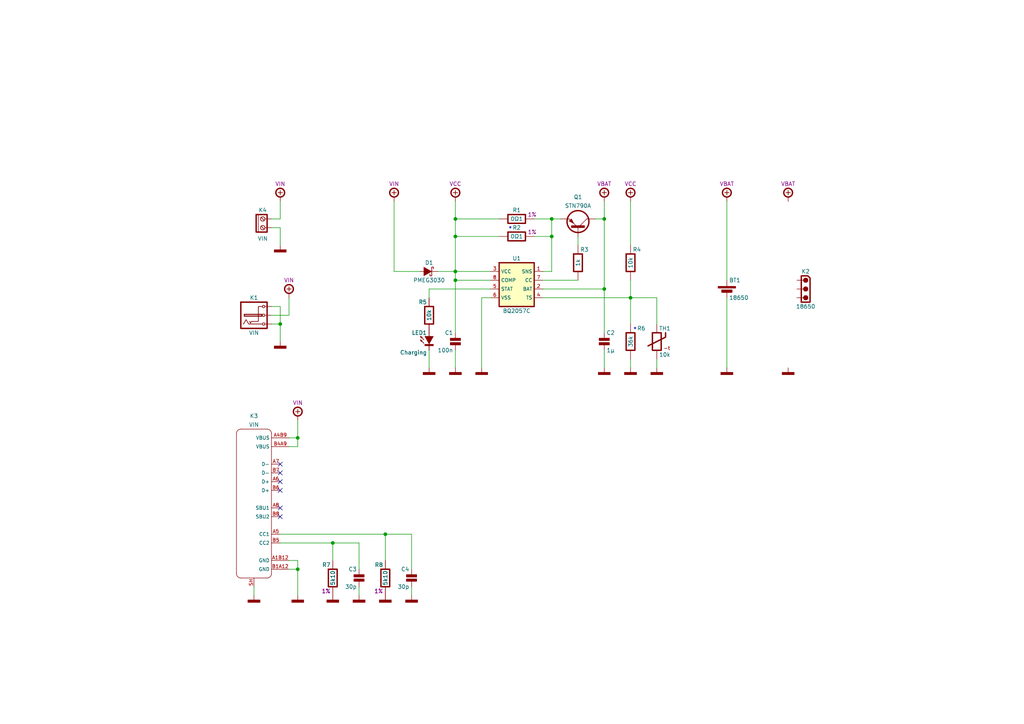
<source format=kicad_sch>
(kicad_sch (version 20231120) (generator "eeschema") (generator_version "8.0")
  (paper "A4")
  (title_block (title "CHARGER BQ2057 (3V6)") (date "Q1/2025") (rev "A"))
  (lib_symbols
    (symbol "tronixio:CAPACITOR-1206-100N-50V-5P-X7R" (pin_numbers hide) (pin_names (offset 0) hide)
      (property "Reference" "C" (at 0.635 2.54 0))
      (property "Value" "100n" (at 0.635 -2.54 0))
      (symbol "CAPACITOR-1206-100N-50V-5P-X7R_0_1"
        (rectangle (start -1.524 -0.254) (end 1.524 -1.016) (stroke (width 0.001)) (fill (type outline)))
        (rectangle (start -1.524 1.016) (end 1.524 0.254) (stroke (width 0.001)) (fill (type outline)))
      )
      (symbol "CAPACITOR-1206-100N-50V-5P-X7R_1_1"
        (pin passive line (at 0 2.54 270) (length 1.905) (name "~") (number "1"))
        (pin passive line (at 0 -2.54 90) (length 1.905) (name "~") (number "2"))
      )
    )
    (symbol "tronixio:CAPACITOR-1206-1U-16V-10P-X7R" (pin_numbers hide) (pin_names (offset 0) hide)
      (property "Reference" "C" (at 0.635 2.54 0))
      (property "Value" "1µ" (at 0.635 -2.54 0))
      (symbol "CAPACITOR-1206-1U-16V-10P-X7R_0_1"
        (rectangle (start -1.524 -0.254) (end 1.524 -1.016) (stroke (width 0.001)) (fill (type outline)))
        (rectangle (start -1.524 1.016) (end 1.524 0.254) (stroke (width 0.001)) (fill (type outline)))
      )
      (symbol "CAPACITOR-1206-1U-16V-10P-X7R_1_1"
        (pin passive line (at 0 2.54 270) (length 1.905) (name "~") (number "1"))
        (pin passive line (at 0 -2.54 90) (length 1.905) (name "~") (number "2"))
      )
    )
    (symbol "tronixio:CAPACITOR-1206-30P-50V-5P-COG" (pin_numbers hide) (pin_names (offset 0) hide)
      (property "Reference" "C" (at 0.635 2.54 0))
      (property "Value" "30p" (at 0.635 -2.54 0))
      (symbol "CAPACITOR-1206-30P-50V-5P-COG_0_1"
        (rectangle (start -1.524 -0.254) (end 1.524 -1.016) (stroke (width 0.001)) (fill (type outline)))
        (rectangle (start -1.524 1.016) (end 1.524 0.254) (stroke (width 0.001)) (fill (type outline)))
      )
      (symbol "CAPACITOR-1206-30P-50V-5P-COG_1_1"
        (pin passive line (at 0 2.54 270) (length 1.905) (name "~") (number "1"))
        (pin passive line (at 0 -2.54 90) (length 1.905) (name "~") (number "2"))
      )
    )
    (symbol "tronixio:KEYSTONE-1043" (pin_numbers hide) (pin_names (offset 0) hide)
      (property "Reference" "BT" (at -1.27 2.54 0))
      (property "Value" "18650" (at -1.27 -2.54 0))
      (symbol "KEYSTONE-1043_0_1"
        (rectangle (start -2.54 0.762) (end 2.54 0.254) (fill (type outline)))
        (rectangle (start -1.524 -0.254) (end 1.524 -1.016) (fill (type outline)))
      )
      (symbol "KEYSTONE-1043_1_1"
        (pin passive line (at 0 -2.54 90) (length 1.905) (name "-") (number "1"))
        (pin passive line (at 0 2.54 270) (length 1.905) (name "+") (number "2"))
      )
    )
    (symbol "tronixio:KINGBRIGHT-LED-1206-RED" (pin_numbers hide) (pin_names (offset 0) hide)
      (property "Reference" "LED" (at 0 3.81 0))
      (property "Value" "RED" (at 0 -2.54 0))
      (symbol "KINGBRIGHT-LED-1206-RED_0_1"
        (rectangle (start -1.27 1.27) (end -0.762 -1.27) (stroke (width 0.001)) (fill (type outline)))
        (polyline (pts (xy 1.524 -1.27) (xy 1.524 1.27) (xy -0.762 0) (xy 1.524 -1.27)) (stroke (width 0.001)) (fill (type outline)))
        (polyline (pts (xy -0.508 1.524) (xy 0.508 2.54) (xy 0.254 2.032) (xy 0 2.286) (xy 0.508 2.54)) (stroke (width 0.2)))
        (polyline (pts (xy 0.508 1.524) (xy 1.524 2.54) (xy 1.27 2.032) (xy 1.016 2.286) (xy 1.524 2.54)) (stroke (width 0.2)))
      )
      (symbol "KINGBRIGHT-LED-1206-RED_1_1"
        (pin passive line (at -2.54 0 0) (length 1.27) (name "C") (number "1"))
        (pin passive line (at 2.54 0 180) (length 1.27) (name "A") (number "2"))
      )
    )
    (symbol "tronixio:MOLEX-PICOBLADE-03-RIGHT-ANGLE" (pin_numbers hide) (pin_names (offset 0) hide)
      (property "Reference" "K" (at 0 2.54 0))
      (property "Value" "MOLEX-PICOBLADE-03-RIGHT-ANGLE" (at 0 -7.62 0))
      (symbol "MOLEX-PICOBLADE-03-RIGHT-ANGLE_0_1"
        (circle (center 0 -5.08) (radius 0.635) (stroke (width 0.2)) (fill (type outline)))
        (circle (center 0 -2.54) (radius 0.635) (stroke (width 0.2)) (fill (type outline)))
        (polyline (pts (xy -1.27 -6.35) (xy 1.27 -6.35) (xy 1.27 0.635) (xy 0.635 1.27) (xy -1.27 1.27) (xy -1.27 -6.35)) (stroke (width 0.4)))
        (circle (center 0 0) (radius 0.635) (stroke (width 0.2)) (fill (type outline)))
      )
      (symbol "MOLEX-PICOBLADE-03-RIGHT-ANGLE_1_1"
        (pin passive line (at -2.54 0 0) (length 1.905) (name "1") (number "1"))
        (pin passive line (at -2.54 -2.54 0) (length 1.905) (name "2") (number "2"))
        (pin passive line (at -2.54 -5.08 0) (length 1.905) (name "3") (number "3"))
      )
    )
    (symbol "tronixio:NEXPERIA-PMEG3030-SOD" (pin_numbers hide) (pin_names (offset 0) hide)
      (property "Reference" "D" (at 0 2.54 0))
      (property "Value" "PMEG3030" (at 0 -2.54 0))
      (symbol "NEXPERIA-PMEG3030-SOD_0_1"
        (polyline (pts (xy 1.524 -1.27) (xy 1.524 1.27) (xy -0.762 0) (xy 1.524 -1.27)) (stroke (width 0.001)) (fill (type outline)))
        (polyline (pts (xy -0.254 -0.762) (xy -0.254 -1.27) (xy -0.762 -1.27) (xy -0.762 1.27) (xy -1.27 1.27) (xy -1.27 0.762)) (stroke (width 0.2)))
      )
      (symbol "NEXPERIA-PMEG3030-SOD_1_1"
        (pin passive line (at -2.54 0 0) (length 1.905) (name "C") (number "1"))
        (pin passive line (at 2.54 0 180) (length 1.27) (name "A") (number "2"))
      )
    )
    (symbol "tronixio:POWER-+VBAT" (power) (pin_numbers hide) (pin_names (offset 0) hide)
      (property "Name" "VBAT" (at 0 5.08 0))
      (symbol "POWER-+VBAT_0_1"
        (polyline (pts (xy -0.635 2.54) (xy 0.635 2.54)) (stroke (width 0.2)))
        (polyline (pts (xy 0 1.905) (xy 0 3.175)) (stroke (width 0.2)))
        (circle (center 0 2.54) (radius 1.27) (stroke (width 0.4)))
      )
      (symbol "POWER-+VBAT_1_1"
        (pin power_in line (at 0 0 90) (length 1.27) (name "+VBAT") (number "1"))
      )
    )
    (symbol "tronixio:POWER-+VCC" (power) (pin_numbers hide) (pin_names (offset 0) hide)
      (property "Name" "VCC" (at 0 5.08 0))
      (symbol "POWER-+VCC_0_1"
        (polyline (pts (xy -0.635 2.54) (xy 0.635 2.54)) (stroke (width 0.2)))
        (polyline (pts (xy 0 1.905) (xy 0 3.175)) (stroke (width 0.2)))
        (circle (center 0 2.54) (radius 1.27) (stroke (width 0.4)))
      )
      (symbol "POWER-+VCC_1_1"
        (pin power_in line (at 0 0 90) (length 1.27) (name "+VCC") (number "1"))
      )
    )
    (symbol "tronixio:POWER-+VIN" (power) (pin_numbers hide) (pin_names (offset 0) hide)
      (property "Description" "VIN" (at 0 5.08 0))
      (symbol "POWER-+VIN_0_1"
        (polyline (pts (xy -0.635 2.54) (xy 0.635 2.54)) (stroke (width 0.2)))
        (polyline (pts (xy 0 1.905) (xy 0 3.175)) (stroke (width 0.2)))
        (circle (center 0 2.54) (radius 1.27) (stroke (width 0.4)))
      )
      (symbol "POWER-+VIN_1_1"
        (pin power_in line (at 0 0 90) (length 1.27) (name "+VIN") (number "1"))
      )
    )
    (symbol "tronixio:POWER-GND" (power) (pin_numbers hide) (pin_names (offset 0) hide)
      (symbol "POWER-GND_0_1"
        (rectangle (start -1.778 -2.032) (end 1.778 -1.27) (stroke (width 0.001)) (fill (type outline)))
      )
      (symbol "POWER-GND_1_1"
        (pin power_in line (at 0 0 270) (length 1.27) (name "GND") (number "1"))
      )
    )
    (symbol "tronixio:RESISTOR-1206-10K-5P" (pin_numbers hide) (pin_names (offset 0) hide)
      (property "Reference" "R" (at 0.635 3.81 0))
      (property "Value" "10k" (at 0 0 90))
      (symbol "RESISTOR-1206-10K-5P_0_1"
        (rectangle (start -1.27 -2.54) (end 1.27 2.54) (stroke (width 0.4)))
      )
      (symbol "RESISTOR-1206-10K-5P_1_1"
        (pin passive line (at 0 5.08 270) (length 2.54) (name "~") (number "1"))
        (pin passive line (at 0 -5.08 90) (length 2.54) (name "~") (number "2"))
      )
    )
    (symbol "tronixio:RESISTOR-1206-1K-5P" (pin_numbers hide) (pin_names (offset 0) hide)
      (property "Reference" "R" (at 0 3.81 0))
      (property "Value" "1k" (at 0 0 90))
      (symbol "RESISTOR-1206-1K-5P_0_1"
        (rectangle (start -1.27 -2.54) (end 1.27 2.54) (stroke (width 0.4)))
      )
      (symbol "RESISTOR-1206-1K-5P_1_1"
        (pin passive line (at 0 5.08 270) (length 2.54) (name "~") (number "1"))
        (pin passive line (at 0 -5.08 90) (length 2.54) (name "~") (number "2"))
      )
    )
    (symbol "tronixio:RESISTOR-1206-36K-5P" (pin_numbers hide) (pin_names (offset 0) hide)
      (property "Reference" "R" (at 0.635 3.81 0))
      (property "Value" "36k" (at 0 0 90))
      (symbol "RESISTOR-1206-36K-5P_0_1"
        (rectangle (start -1.27 -2.54) (end 1.27 2.54) (stroke (width 0.4)))
      )
      (symbol "RESISTOR-1206-36K-5P_1_1"
        (pin passive line (at 0 5.08 270) (length 2.54) (name "~") (number "1"))
        (pin passive line (at 0 -5.08 90) (length 2.54) (name "~") (number "2"))
      )
    )
    (symbol "tronixio:RESISTOR-1206-5K1-1P" (pin_numbers hide) (pin_names (offset 0) hide)
      (property "Reference" "R" (at 0.635 3.81 0))
      (property "Value" "5k10" (at 0 0 90))
      (property "Tolerance" "1%" (at 0.635 -3.81 0))
      (symbol "RESISTOR-1206-5K1-1P_0_1"
        (rectangle (start -1.27 -2.54) (end 1.27 2.54) (stroke (width 0.4)))
      )
      (symbol "RESISTOR-1206-5K1-1P_1_1"
        (pin passive line (at 0 5.08 270) (length 2.54) (name "~") (number "1"))
        (pin passive line (at 0 -5.08 90) (length 2.54) (name "~") (number "2"))
      )
    )
    (symbol "tronixio:RESISTOR-1210-0R1-1P" (pin_numbers hide) (pin_names (offset 0) hide)
      (property "Reference" "R" (at 0.635 3.81 0))
      (property "Value" "0Ω1" (at 0 0 90))
      (property "Tolerance" "1%" (at 0.635 -3.81 0))
      (symbol "RESISTOR-1210-0R1-1P_0_1"
        (rectangle (start -1.27 -2.54) (end 1.27 2.54) (stroke (width 0.4)))
      )
      (symbol "RESISTOR-1210-0R1-1P_1_1"
        (pin passive line (at 0 5.08 270) (length 2.54) (name "~") (number "1"))
        (pin passive line (at 0 -5.08 90) (length 2.54) (name "~") (number "2"))
      )
    )
    (symbol "tronixio:SSD-PJ-002AH-SMT-TR" (pin_numbers hide) (pin_names (offset 0) hide)
      (property "Reference" "K" (at 0 5.08 0))
      (property "Value" "PJ-102H" (at 0 -5.08 0))
      (symbol "SSD-PJ-002AH-SMT-TR_0_1"
        (rectangle (start -3.81 -3.81) (end 3.81 3.81) (stroke (width 0.4)))
        (rectangle (start -2.794 0.254) (end 2.286 -0.254) (stroke (width 0.3)))
        (polyline (pts (xy -3.048 -2.54) (xy -2.286 -1.27) (xy -1.524 -2.54) (xy 2.286 -2.54)) (stroke (width 0.2)))
        (polyline (pts (xy -1.27 -1.778) (xy -1.016 -2.286) (xy -0.762 -1.778) (xy 1.27 -1.778) (xy 1.27 2.54) (xy 2.286 2.54)) (stroke (width 0.2)))
        (circle (center 2.794 -2.54) (radius 0.3592) (stroke (width 0.2)))
        (circle (center 2.794 0) (radius 0.3592) (stroke (width 0.2)))
        (circle (center 2.794 2.54) (radius 0.3592) (stroke (width 0.2)))
      )
      (symbol "SSD-PJ-002AH-SMT-TR_1_1"
        (pin passive line (at 5.08 0 180) (length 1.905) (name "~") (number "1"))
        (pin passive line (at 5.08 -2.54 180) (length 1.905) (name "~") (number "2"))
        (pin passive line (at 5.08 2.54 180) (length 1.905) (name "~") (number "3"))
      )
    )
    (symbol "tronixio:SSD-TB006-508-02BE" (pin_numbers hide) (pin_names (offset 0) hide)
      (property "Reference" "K" (at 0 2.54 0))
      (property "Value" "SSD-TB006-508-02BE" (at 0 -5.715 0))
      (symbol "SSD-TB006-508-02BE_0_1"
        (rectangle (start -1.27 1.27) (end 1.905 -3.81) (stroke (width 0.4)))
        (circle (center 0 -2.54) (radius 0.635) (stroke (width 0.2)))
        (polyline (pts (xy 0.32 -2.24) (xy -0.32 -2.88)) (stroke (width 0.2)))
        (polyline (pts (xy 0.32 0.32) (xy -0.32 -0.32)) (stroke (width 0.2)))
        (polyline (pts (xy 1.27 1.27) (xy 1.27 -3.81)))
        (circle (center 0 0) (radius 0.635) (stroke (width 0.2)))
      )
      (symbol "SSD-TB006-508-02BE_1_1"
        (pin passive line (at -2.54 0 0) (length 1.905) (name "~") (number "1"))
        (pin passive line (at -2.54 -2.54 0) (length 1.905) (name "~") (number "2"))
      )
    )
    (symbol "tronixio:ST-STN790A-SOT-223" (pin_numbers hide) (pin_names (offset 0) hide)
      (property "Reference" "Q" (at 5.08 1.27 0))
      (property "Value" "STN790A" (at 5.08 -1.27 0))
      (symbol "ST-STN790A-SOT-223_0_1"
        (polyline (pts (xy 0.635 0.635) (xy 2.54 2.54)))
        (polyline (pts (xy 0.635 -0.635) (xy 2.54 -2.54) (xy 2.54 -2.54)))
        (rectangle (start 0 1.905) (end 0.635 -1.905) (stroke (width 0.1)) (fill (type outline)))
        (circle (center 1.778 0) (radius 3.175) (stroke (width 0.4)))
      )
      (symbol "ST-STN790A-SOT-223_1_1"
        (polyline (pts (xy 1.27 -1.27) (xy 1.905 -2.54) (xy 2.54 -1.905) (xy 1.27 -1.27)) (fill (type outline)))
        (pin passive line (at -2.54 0 0) (length 2.54) (name "B") (number "1"))
        (pin passive line (at 2.54 5.08 270) (length 2.54) (name "C") (number "2"))
        (pin passive line (at 2.54 -5.08 90) (length 2.54) (name "E") (number "3"))
      )
    )
    (symbol "tronixio:THERMISTOR-NTC-10K" (pin_numbers hide) (pin_names (offset 0) hide)
      (property "Reference" "TH" (at 0.635 3.81 0))
      (property "Value" "10k" (at 0.635 -3.81 0))
      (symbol "THERMISTOR-NTC-10K_0_0"
        (text "-t" (at -1.905 -1.905 0) (effects (font (size 1 1)) (justify right)))
      )
      (symbol "THERMISTOR-NTC-10K_0_1"
        (rectangle (start -1.27 -2.54) (end 1.27 2.54) (stroke (width 0.4)))
        (polyline (pts (xy -2.54 2.54) (xy -2.54 1.27) (xy 2.54 -1.27)) (stroke (width 0.4)))
      )
      (symbol "THERMISTOR-NTC-10K_1_1"
        (pin passive line (at 0 5.08 270) (length 2.54) (name "~") (number "1"))
        (pin passive line (at 0 -5.08 90) (length 2.54) (name "~") (number "2"))
      )
    )
    (symbol "tronixio:TI-BQ2057C-SOIC" (pin_names (offset 0.5))
      (property "Reference" "U" (at 7.62 3.81 0))
      (property "Value" "BQ2057C" (at 7.62 -11.43 0))
      (symbol "TI-BQ2057C-SOIC_0_1"
        (rectangle (start 2.54 2.54) (end 12.7 -10.16) (stroke (width 0.4)) (fill (type background)))
      )
      (symbol "TI-BQ2057C-SOIC_1_1"
        (pin input line (at 15.24 0 180) (length 2.54) (name "SNS") (number "1"))
        (pin input line (at 15.24 -5.08 180) (length 2.54) (name "BAT") (number "2"))
        (pin power_in line (at 0 0 0) (length 2.54) (name "VCC") (number "3"))
        (pin input line (at 15.24 -7.62 180) (length 2.54) (name "TS") (number "4"))
        (pin open_collector line (at 0 -5.08 0) (length 2.54) (name "STAT") (number "5"))
        (pin power_in line (at 0 -7.62 0) (length 2.54) (name "VSS") (number "6"))
        (pin output line (at 15.24 -2.54 180) (length 2.54) (name "CC") (number "7"))
        (pin input line (at 0 -2.54 0) (length 2.54) (name "COMP") (number "8"))
      )
    )
    (symbol "tronixio:USB-TYPE-C-TH" (pin_names (offset 0.5))
      (property "Reference" "K?" (at -10.16 6.35 0))
      (property "Value" "USB-TYPE-C" (at -10.16 3.81 0))
      (symbol "USB-TYPE-C-TH_0_1"
        (arc (start -15.24 -39.37) (mid -14.868 -40.268) (end -13.97 -40.64))
        (arc (start -13.97 2.54) (mid -14.868 2.168) (end -15.24 1.27))
        (arc (start -6.35 -40.64) (mid -5.452 -40.268) (end -5.08 -39.37))
        (arc (start -5.08 1.27) (mid -5.452 2.168) (end -6.35 2.54))
        (polyline (pts (xy -15.24 1.27) (xy -15.24 -39.37)))
        (polyline (pts (xy -13.97 -40.64) (xy -6.35 -40.64)))
        (polyline (pts (xy -13.97 2.54) (xy -6.35 2.54)))
        (polyline (pts (xy -5.08 -39.37) (xy -5.08 1.27)))
      )
      (symbol "USB-TYPE-C-TH_1_1"
        (pin power_out line (at 0 -35.56 180) (length 5.08) (name "GND") (number "A1B12"))
        (pin power_out line (at 0 0 180) (length 5.08) (name "VBUS") (number "A4B9"))
        (pin passive line (at -2.54 -27.94 180) (length 2.54) (name "CC1") (number "A5"))
        (pin bidirectional line (at -2.54 -12.7 180) (length 2.54) (name "D+") (number "A6"))
        (pin bidirectional line (at -2.54 -7.62 180) (length 2.54) (name "D-") (number "A7"))
        (pin bidirectional line (at -2.54 -20.32 180) (length 2.54) (name "SBU1") (number "A8"))
        (pin power_out line (at 0 -38.1 180) (length 5.08) (name "GND") (number "B1A12"))
        (pin power_out line (at 0 -2.54 180) (length 5.08) (name "VBUS") (number "B4A9"))
        (pin passive line (at -2.54 -30.48 180) (length 2.54) (name "CC2") (number "B5"))
        (pin bidirectional line (at -2.54 -15.24 180) (length 2.54) (name "D+") (number "B6"))
        (pin bidirectional line (at -2.54 -10.16 180) (length 2.54) (name "D-") (number "B7"))
        (pin bidirectional line (at -2.54 -22.86 180) (length 2.54) (name "SBU2") (number "B8"))
        (pin passive line (at -10.16 -43.18 90) (length 2.54) (name "~") (number "SH"))
      )
    )
  )
  (junction (at 175.26 83.82) (diameter 0.9144))
  (junction (at 132.08 63.5) (diameter 0.9144))
  (junction (at 132.08 78.74) (diameter 0.9144))
  (junction (at 132.08 68.58) (diameter 0.9144))
  (junction (at 160.02 63.5) (diameter 0.9144))
  (junction (at 182.88 86.36) (diameter 0.9144))
  (junction (at 111.76 154.94))
  (junction (at 132.08 81.28) (diameter 0.9144))
  (junction (at 160.02 68.58) (diameter 0.9144))
  (junction (at 175.26 63.5) (diameter 0.9144))
  (junction (at 81.28 93.98) (diameter 0.9144))
  (junction (at 96.52 157.48))
  (junction (at 86.36 127))
  (junction (at 86.36 165.1))
  (no_connect (at 81.28 134.62))
  (no_connect (at 81.28 142.24))
  (no_connect (at 81.28 147.32))
  (no_connect (at 81.28 149.86))
  (no_connect (at 81.28 137.16))
  (no_connect (at 81.28 139.7))
  (wire (pts (xy 78.74 66.04) (xy 81.28 66.04)))
  (wire (pts (xy 154.94 63.5) (xy 160.02 63.5)))
  (wire (pts (xy 73.66 172.72) (xy 73.66 170.18)))
  (wire (pts (xy 121.92 78.74) (xy 114.3 78.74)))
  (wire (pts (xy 190.5 104.14) (xy 190.5 106.68)))
  (wire (pts (xy 83.82 91.44) (xy 83.82 86.36)))
  (wire (pts (xy 114.3 78.74) (xy 114.3 58.42)))
  (wire (pts (xy 190.5 93.98) (xy 190.5 86.36)))
  (wire (pts (xy 132.08 68.58) (xy 144.78 68.58)))
  (wire (pts (xy 132.08 78.74) (xy 142.24 78.74)))
  (wire (pts (xy 86.36 165.1) (xy 86.36 172.72)))
  (wire (pts (xy 81.28 88.9) (xy 81.28 93.98)))
  (wire (pts (xy 86.36 129.54) (xy 86.36 127)))
  (wire (pts (xy 86.36 127) (xy 86.36 121.92)))
  (wire (pts (xy 167.64 68.58) (xy 167.64 71.12)))
  (wire (pts (xy 175.26 58.42) (xy 175.26 63.5)))
  (wire (pts (xy 127 78.74) (xy 132.08 78.74)))
  (wire (pts (xy 172.72 63.5) (xy 175.26 63.5)))
  (wire (pts (xy 78.74 93.98) (xy 81.28 93.98)))
  (wire (pts (xy 96.52 157.48) (xy 104.14 157.48)))
  (wire (pts (xy 210.82 58.42) (xy 210.82 81.28)))
  (wire (pts (xy 78.74 88.9) (xy 81.28 88.9)))
  (wire (pts (xy 81.28 66.04) (xy 81.28 71.12)))
  (wire (pts (xy 175.26 83.82) (xy 175.26 96.52)))
  (wire (pts (xy 96.52 157.48) (xy 96.52 162.56)))
  (wire (pts (xy 132.08 68.58) (xy 132.08 78.74)))
  (wire (pts (xy 78.74 91.44) (xy 83.82 91.44)))
  (wire (pts (xy 81.28 154.94) (xy 111.76 154.94)))
  (wire (pts (xy 81.28 93.98) (xy 81.28 99.06)))
  (wire (pts (xy 182.88 58.42) (xy 182.88 71.12)))
  (wire (pts (xy 132.08 81.28) (xy 142.24 81.28)))
  (wire (pts (xy 139.7 86.36) (xy 142.24 86.36)))
  (wire (pts (xy 139.7 86.36) (xy 139.7 106.68)))
  (wire (pts (xy 160.02 68.58) (xy 160.02 63.5)))
  (wire (pts (xy 132.08 81.28) (xy 132.08 96.52)))
  (wire (pts (xy 210.82 86.36) (xy 210.82 106.68)))
  (wire (pts (xy 132.08 63.5) (xy 144.78 63.5)))
  (wire (pts (xy 142.24 83.82) (xy 124.46 83.82)))
  (wire (pts (xy 157.48 86.36) (xy 182.88 86.36)))
  (wire (pts (xy 182.88 81.28) (xy 182.88 86.36)))
  (wire (pts (xy 111.76 154.94) (xy 119.38 154.94)))
  (wire (pts (xy 78.74 63.5) (xy 81.28 63.5)))
  (wire (pts (xy 182.88 86.36) (xy 182.88 93.98)))
  (wire (pts (xy 104.14 170.18) (xy 104.14 172.72)))
  (wire (pts (xy 83.82 129.54) (xy 86.36 129.54)))
  (wire (pts (xy 104.14 157.48) (xy 104.14 165.1)))
  (wire (pts (xy 132.08 58.42) (xy 132.08 63.5)))
  (wire (pts (xy 119.38 170.18) (xy 119.38 172.72)))
  (wire (pts (xy 81.28 63.5) (xy 81.28 58.42)))
  (wire (pts (xy 111.76 154.94) (xy 111.76 162.56)))
  (wire (pts (xy 154.94 68.58) (xy 160.02 68.58)))
  (wire (pts (xy 81.28 157.48) (xy 96.52 157.48)))
  (wire (pts (xy 132.08 101.6) (xy 132.08 106.68)))
  (wire (pts (xy 83.82 162.56) (xy 86.36 162.56)))
  (wire (pts (xy 182.88 86.36) (xy 190.5 86.36)))
  (wire (pts (xy 119.38 154.94) (xy 119.38 165.1)))
  (wire (pts (xy 160.02 63.5) (xy 162.56 63.5)))
  (wire (pts (xy 157.48 81.28) (xy 167.64 81.28)))
  (wire (pts (xy 175.26 101.6) (xy 175.26 106.68)))
  (wire (pts (xy 83.82 127) (xy 86.36 127)))
  (wire (pts (xy 132.08 63.5) (xy 132.08 68.58)))
  (wire (pts (xy 157.48 83.82) (xy 175.26 83.82)))
  (wire (pts (xy 160.02 68.58) (xy 160.02 78.74)))
  (wire (pts (xy 83.82 165.1) (xy 86.36 165.1)))
  (wire (pts (xy 124.46 101.6) (xy 124.46 106.68)))
  (wire (pts (xy 182.88 104.14) (xy 182.88 106.68)))
  (wire (pts (xy 157.48 78.74) (xy 160.02 78.74)))
  (wire (pts (xy 175.26 63.5) (xy 175.26 83.82)))
  (wire (pts (xy 124.46 83.82) (xy 124.46 86.36)))
  (wire (pts (xy 132.08 78.74) (xy 132.08 81.28)))
  (wire (pts (xy 86.36 162.56) (xy 86.36 165.1)))
  (text "*" (at 148.59 67.31 0) (effects (font (size 1.27 1.27)) (justify right bottom)))
  (text "*" (at 184.785 96.52 0) (effects (font (size 1.27 1.27)) (justify right bottom)))
  (symbol (lib_id "tronixio:POWER-+VBAT") (at 175.26 58.42 0) (unit 1)
    (property "Reference" "#PWR02" (effects (hide yes)))
    (property "Value" "POWER-+VBAT" (effects (hide yes)))
    (property "Name" "VBAT" (at 175.26 53.34 0) (effects (font (size 1.15 1.15))))
  )
  (symbol (lib_id "tronixio:MOLEX-PICOBLADE-03-RIGHT-ANGLE") (at 233.68 81.28 0) (unit 1)
    (property "Reference" "K2" (at 233.68 78.74 0) (effects (font (size 1.15 1.15))))
    (property "Value" "18650" (at 233.68 88.9 0) (effects (font (size 1.15 1.15))))
    (property "Footprint" "tronixio:MOLEX-532610371" (effects (hide yes)))
    (property "Datasheet" "https://www.molex.com/en-us/products/part-detail/532610371" (effects (hide yes)))
    (property "Mouser" "538-53261-0371" (effects (hide yes)))
  )
  (symbol (lib_id "tronixio:POWER-GND") (at 190.5 106.68 0) (unit 1)
    (property "Reference" "#PWR010" (effects (hide yes)))
    (property "Value" "POWER-GND" (effects (hide yes)))
  )
  (symbol (lib_id "tronixio:SSD-PJ-002AH-SMT-TR") (at 73.66 91.44 0) (unit 1)
    (property "Reference" "K1" (at 73.66 86.36 0) (effects (font (size 1.15 1.15))))
    (property "Value" "VIN" (at 73.66 96.52 0) (effects (font (size 1.15 1.15))))
    (property "Footprint" "tronixio:SSD-PJ-002AH-SMT-TR" (effects (hide yes)))
    (property "Datasheet" "https://www.sameskydevices.com/product/interconnect/connectors/dc-power-connectors/jacks/pj-002ah-smt-tr" (effects (hide yes)))
    (property "Description" "DC Barrel Jack with an Internal Switch" (effects (hide yes)))
    (property "Mouser" "490-PJ-002AH-SMT-TR" (effects (hide yes)))
  )
  (symbol (lib_id "tronixio:ST-STN790A-SOT-223") (at 167.64 66.04 270) (mirror x) (unit 1)
    (property "Reference" "Q1" (at 167.64 57.15 90) (effects (font (size 1.15 1.15))))
    (property "Value" "STN790A" (at 167.64 59.69 90) (effects (font (size 1.15 1.15))))
    (property "Footprint" "tronixio:SOT-223-3" (effects (hide yes)))
    (property "Datasheet" "https://www.st.com/content/st_com/en/products/power-transistors/power-bipolar/lt-500v-transistors/stn790a.html" (effects (hide yes)))
    (property "Description" "Medium current, high performance, low voltage PNP transistor" (effects (hide yes)))
    (property "Mouser" "511-STN790A" (effects (hide yes)))
  )
  (symbol (lib_id "tronixio:USB-TYPE-C-TH") (at 83.82 127 0) (unit 1)
    (property "Reference" "K3" (at 73.66 120.65 0) (effects (font (size 1.15 1.15))))
    (property "Value" "VIN" (at 73.66 123.19 0) (effects (font (size 1.15 1.15))))
    (property "Footprint" "tronixio:USB-TYPE-C-TH" (effects (hide yes)))
    (property "Datasheet" "https://www.switchcraft.com/usb-type-c-connector-right-angle-horizontal-surface-mount-tape-and-reel-packaging/rahuc31autr/" (effects (hide yes)))
    (property "Description" "USB C Connector" (effects (hide yes)))
    (property "Mouser" "502-RAHUC31AUTR" (effects (hide yes)))
  )
  (symbol (lib_id "tronixio:POWER-+VIN") (at 83.82 86.36 0) (unit 1)
    (property "Reference" "#PWR023" (effects (hide yes)))
    (property "Value" "POWER-+VIN" (effects (hide yes)))
    (property "Description" "VIN" (at 83.82 81.28 0) (effects (font (size 1.15 1.15))))
  )
  (symbol (lib_id "tronixio:POWER-GND") (at 81.28 71.12 0) (unit 1)
    (property "Reference" "#PWR025" (effects (hide yes)))
    (property "Value" "POWER-GND" (effects (hide yes)))
  )
  (symbol (lib_id "tronixio:POWER-+VBAT") (at 210.82 58.42 0) (unit 1)
    (property "Reference" "#PWR012" (effects (hide yes)))
    (property "Value" "POWER-+VBAT" (effects (hide yes)))
    (property "Name" "VBAT" (at 210.82 53.34 0) (effects (font (size 1.15 1.15))))
  )
  (symbol (lib_id "tronixio:RESISTOR-1206-10K-5P") (at 124.46 91.44 0) (unit 1)
    (property "Reference" "R5" (at 123.825 87.63 0) (effects (font (size 1.15 1.15)) (justify right)))
    (property "Value" "10k" (at 124.46 91.44 90) (effects (font (size 1.15 1.15))))
    (property "Footprint" "tronixio:RESISTOR-SMD-1206" (effects (hide yes)))
    (property "Tolerance" "5%" (effects (hide yes)))
    (property "Mouser" "660-RK73B2BTTDD103J" (effects (hide yes)))
  )
  (symbol (lib_id "tronixio:CAPACITOR-1206-100N-50V-5P-X7R") (at 132.08 99.06 0) (unit 1)
    (property "Reference" "C1" (at 131.445 96.52 0) (effects (font (size 1.15 1.15)) (justify right)))
    (property "Value" "100n" (at 131.445 101.6 0) (effects (font (size 1.15 1.15)) (justify right)))
    (property "Footprint" "tronixio:CAPACITOR-SMD-1206" (effects (hide yes)))
    (property "Description" "Unpolarized Capacitor" (effects (hide yes)))
    (property "Voltage" "50V" (effects (hide yes)))
    (property "Tolerance" "5%" (effects (hide yes)))
    (property "Mouser" "80-C1206C104J5R" (effects (hide yes)))
  )
  (symbol (lib_id "tronixio:TI-BQ2057C-SOIC") (at 142.24 78.74 0) (unit 1)
    (property "Reference" "U1" (at 149.86 74.93 0) (effects (font (size 1.15 1.15))))
    (property "Value" "BQ2057C" (at 149.86 90.17 0) (effects (font (size 1.15 1.15))))
    (property "Footprint" "tronixio:SOIC-08" (effects (hide yes)))
    (property "Datasheet" "https://www.ti.com/product/BQ2057C" (effects (hide yes)))
    (property "Description" "Advanced Linear Charge Management ICs for Single- and Two-Cell Lithium-Ion and Lithium-Polymer" (effects (hide yes)))
    (property "Mouser" "595-BQ2057CSN" (effects (hide yes)))
  )
  (symbol (lib_id "tronixio:POWER-GND") (at 182.88 106.68 0) (unit 1)
    (property "Reference" "#PWR09" (effects (hide yes)))
    (property "Value" "POWER-GND" (effects (hide yes)))
  )
  (symbol (lib_id "tronixio:POWER-GND") (at 124.46 106.68 0) (unit 1)
    (property "Reference" "#PWR05" (effects (hide yes)))
    (property "Value" "POWER-GND" (effects (hide yes)))
  )
  (symbol (lib_id "tronixio:POWER-+VIN") (at 114.3 58.42 0) (unit 1)
    (property "Reference" "#PWR021" (effects (hide yes)))
    (property "Value" "POWER-+VIN" (effects (hide yes)))
    (property "Description" "VIN" (at 114.3 53.34 0) (effects (font (size 1.15 1.15))))
  )
  (symbol (lib_id "tronixio:RESISTOR-1206-5K1-1P") (at 96.52 167.64 0) (unit 1)
    (property "Reference" "R7" (at 95.885 163.83 0) (effects (font (size 1.15 1.15)) (justify right)))
    (property "Value" "5k10" (at 96.52 167.64 90) (effects (font (size 1.15 1.15))))
    (property "Footprint" "tronixio:RESISTOR-SMD-1206" (effects (hide yes)))
    (property "Description" "Resistor" (effects (hide yes)))
    (property "Tolerance" "1%" (at 95.885 171.45 0) (effects (font (size 1.15 1.15)) (justify right)))
    (property "Mouser" "603-RT1206FRE075K1L" (effects (hide yes)))
  )
  (symbol (lib_id "tronixio:POWER-GND") (at 210.82 106.68 0) (unit 1)
    (property "Reference" "#PWR011" (effects (hide yes)))
    (property "Value" "POWER-GND" (effects (hide yes)))
  )
  (symbol (lib_id "tronixio:RESISTOR-1206-1K-5P") (at 167.64 76.2 0) (unit 1)
    (property "Reference" "R3" (at 168.275 72.39 0) (effects (font (size 1.15 1.15)) (justify left)))
    (property "Value" "1k" (at 167.64 76.2 90) (effects (font (size 1.15 1.15))))
    (property "Footprint" "tronixio:RESISTOR-SMD-1206" (effects (hide yes)))
    (property "Tolerance" "5%" (effects (hide yes)))
    (property "Mouser" "660-RK73B2BTTDD102J" (effects (hide yes)))
  )
  (symbol (lib_id "tronixio:POWER-+VIN") (at 86.36 121.92 0) (unit 1)
    (property "Reference" "#PWR022" (effects (hide yes)))
    (property "Value" "POWER-+VIN" (effects (hide yes)))
    (property "Description" "VIN" (at 86.36 116.84 0) (effects (font (size 1.15 1.15))))
  )
  (symbol (lib_id "tronixio:POWER-GND") (at 132.08 106.68 0) (unit 1)
    (property "Reference" "#PWR06" (effects (hide yes)))
    (property "Value" "POWER-GND" (effects (hide yes)))
  )
  (symbol (lib_id "tronixio:RESISTOR-1210-0R1-1P") (at 149.86 63.5 90) (unit 1)
    (property "Reference" "R1" (at 149.86 60.96 90) (effects (font (size 1.15 1.15))))
    (property "Value" "0Ω1" (at 149.86 63.5 90) (effects (font (size 1.15 1.15))))
    (property "Footprint" "tronixio:RESISTOR-SMD-1210" (effects (hide yes)))
    (property "Tolerance" "1%" (at 153.035 62.23 90) (effects (font (size 1.15 1.15)) (justify right)))
    (property "Mouser" "660-SR732ETTER100F" (effects (hide yes)))
  )
  (symbol (lib_id "tronixio:CAPACITOR-1206-1U-16V-10P-X7R") (at 175.26 99.06 0) (unit 1)
    (property "Reference" "C2" (at 175.895 96.52 0) (effects (font (size 1.15 1.15)) (justify left)))
    (property "Value" "1µ" (at 175.895 101.6 0) (effects (font (size 1.15 1.15)) (justify left)))
    (property "Footprint" "tronixio:CAPACITOR-SMD-1206" (effects (hide yes)))
    (property "Description" "Unpolarized Capacitor" (effects (hide yes)))
    (property "Voltage" "16V" (effects (hide yes)))
    (property "Tolerance" "10%" (effects (hide yes)))
    (property "Mouser" "80-C1206C105K4R" (effects (hide yes)))
  )
  (symbol (lib_id "tronixio:KEYSTONE-1043") (at 210.82 83.82 0) (unit 1)
    (property "Reference" "BT1" (at 211.455 81.28 0) (effects (font (size 1.15 1.15)) (justify left)))
    (property "Value" "18650" (at 211.455 86.36 0) (effects (font (size 1.15 1.15)) (justify left)))
    (property "Footprint" "tronixio:KEYSTONE-1043" (effects (hide yes)))
    (property "Datasheet" "http://www.keyelco.com/product.cfm/product_id/921" (effects (hide yes)))
    (property "Description" "THM Holder for 18650 Batteries" (effects (hide yes)))
    (property "Mouser" "534-1043" (effects (hide yes)))
  )
  (symbol (lib_id "tronixio:RESISTOR-1206-36K-5P") (at 182.88 99.06 0) (unit 1)
    (property "Reference" "R6" (at 184.785 95.25 0) (effects (font (size 1.15 1.15)) (justify left)))
    (property "Value" "36k" (at 182.88 99.06 90) (effects (font (size 1.15 1.15))))
    (property "Footprint" "tronixio:RESISTOR-SMD-1206" (effects (hide yes)))
    (property "Description" "Resistor" (effects (hide yes)))
    (property "Tolerance" "5%" (effects (hide yes)))
    (property "Mouser" "660-RK73B2BTTDD363J" (effects (hide yes)))
  )
  (symbol (lib_id "tronixio:POWER-GND") (at 111.76 172.72 0) (unit 1)
    (property "Reference" "#PWR019" (effects (hide yes)))
    (property "Value" "POWER-GND" (effects (hide yes)))
  )
  (symbol (lib_id "tronixio:CAPACITOR-1206-30P-50V-5P-COG") (at 104.14 167.64 0) (unit 1)
    (property "Reference" "C3" (at 103.505 165.1 0) (effects (font (size 1.15 1.15)) (justify right)))
    (property "Value" "30p" (at 103.505 170.18 0) (effects (font (size 1.15 1.15)) (justify right)))
    (property "Footprint" "tronixio:CAPACITOR-SMD-1206" (effects (hide yes)))
    (property "Description" "Unpolarized Capacitor" (effects (hide yes)))
    (property "Voltage" "50V" (effects (hide yes)))
    (property "Tolerance" "5%" (effects (hide yes)))
    (property "Mouser" "80-C1206C300J5G" (effects (hide yes)))
  )
  (symbol (lib_id "tronixio:POWER-GND") (at 81.28 99.06 0) (unit 1)
    (property "Reference" "#PWR04" (effects (hide yes)))
    (property "Value" "POWER-GND" (effects (hide yes)))
  )
  (symbol (lib_id "tronixio:POWER-GND") (at 86.36 172.72 0) (unit 1)
    (property "Reference" "#PWR018" (effects (hide yes)))
    (property "Value" "POWER-GND" (effects (hide yes)))
  )
  (symbol (lib_id "tronixio:RESISTOR-1206-5K1-1P") (at 111.76 167.64 0) (unit 1)
    (property "Reference" "R8" (at 111.125 163.83 0) (effects (font (size 1.15 1.15)) (justify right)))
    (property "Value" "5k10" (at 111.76 167.64 90) (effects (font (size 1.15 1.15))))
    (property "Footprint" "tronixio:RESISTOR-SMD-1206" (effects (hide yes)))
    (property "Description" "Resistor" (effects (hide yes)))
    (property "Tolerance" "1%" (at 111.125 171.45 0) (effects (font (size 1.15 1.15)) (justify right)))
    (property "Mouser" "603-RT1206FRE075K1L" (effects (hide yes)))
  )
  (symbol (lib_id "tronixio:POWER-GND") (at 73.66 172.72 0) (unit 1)
    (property "Reference" "#PWR015" (effects (hide yes)))
    (property "Value" "POWER-GND" (effects (hide yes)))
  )
  (symbol (lib_id "tronixio:KINGBRIGHT-LED-1206-RED") (at 124.46 99.06 90) (unit 1)
    (property "Reference" "LED1" (at 123.825 96.52 90) (effects (font (size 1.15 1.15)) (justify left)))
    (property "Value" "Charging" (at 123.825 102.235 90) (effects (font (size 1.15 1.15)) (justify left)))
    (property "Footprint" "tronixio:LED-SMD-1206" (effects (hide yes)))
    (property "Datasheet" "http://www.kingbrightusa.com/images/catalog/SPEC/APT3216LSECK-J3-PRV.pdf" (effects (hide yes)))
    (property "Mouser" "604-APT3216LSECKJ3RV" (effects (hide yes)))
  )
  (symbol (lib_id "tronixio:POWER-GND") (at 175.26 106.68 0) (unit 1)
    (property "Reference" "#PWR08" (effects (hide yes)))
    (property "Value" "POWER-GND" (effects (hide yes)))
  )
  (symbol (lib_id "tronixio:SSD-TB006-508-02BE") (at 76.2 63.5 0) (mirror y) (unit 1)
    (property "Reference" "K4" (at 76.2 60.96 0) (effects (font (size 1.15 1.15))))
    (property "Value" "VIN" (at 76.2 69.215 0) (effects (font (size 1.15 1.15))))
    (property "Footprint" "tronixio:SSD-TB006-508-02BE" (effects (hide yes)))
    (property "Datasheet" "https://www.sameskydevices.com/product/interconnect/connectors/terminal-blocks/tb006-508-series" (effects (hide yes)))
    (property "Description" "2~24 Poles, Screw Type, Horizontal, 5.08 Pitch, 26~14 (AWG), Terminal Block Connector" (effects (hide yes)))
    (property "Mouser" "490-TB006-508-02BE" (effects (hide yes)))
  )
  (symbol (lib_id "tronixio:POWER-GND") (at 228.6 106.68 0) (unit 1)
    (property "Reference" "#PWR014" (effects (hide yes)))
    (property "Value" "POWER-GND" (effects (hide yes)))
  )
  (symbol (lib_id "tronixio:POWER-+VBAT") (at 228.6 58.42 0) (unit 1)
    (property "Reference" "#PWR013" (effects (hide yes)))
    (property "Value" "POWER-+VBAT" (effects (hide yes)))
    (property "Name" "VBAT" (at 228.6 53.34 0) (effects (font (size 1.15 1.15))))
  )
  (symbol (lib_id "tronixio:POWER-GND") (at 104.14 172.72 0) (unit 1)
    (property "Reference" "#PWR017" (effects (hide yes)))
    (property "Value" "POWER-GND" (effects (hide yes)))
  )
  (symbol (lib_id "tronixio:CAPACITOR-1206-30P-50V-5P-COG") (at 119.38 167.64 0) (unit 1)
    (property "Reference" "C4" (at 118.745 165.1 0) (effects (font (size 1.15 1.15)) (justify right)))
    (property "Value" "30p" (at 118.745 170.18 0) (effects (font (size 1.15 1.15)) (justify right)))
    (property "Footprint" "tronixio:CAPACITOR-SMD-1206" (effects (hide yes)))
    (property "Description" "Unpolarized Capacitor" (effects (hide yes)))
    (property "Voltage" "50V" (effects (hide yes)))
    (property "Tolerance" "5%" (effects (hide yes)))
    (property "Mouser" "80-C1206C300J5G" (effects (hide yes)))
  )
  (symbol (lib_id "tronixio:POWER-GND") (at 139.7 106.68 0) (unit 1)
    (property "Reference" "#PWR07" (effects (hide yes)))
    (property "Value" "POWER-GND" (effects (hide yes)))
  )
  (symbol (lib_id "tronixio:THERMISTOR-NTC-10K") (at 190.5 99.06 0) (mirror y) (unit 1)
    (property "Reference" "TH1" (at 191.135 95.25 0) (effects (font (size 1.15 1.15)) (justify right)))
    (property "Value" "10k" (at 191.135 102.87 0) (effects (font (size 1.15 1.15)) (justify right)))
    (property "Footprint" "tronixio:THERMISTOR-SMD" (effects (hide yes)))
    (property "Datasheet" "http://www.vishay.com/product?docid=29154" (effects (hide yes)))
    (property "Description" "Temperature dependent resistor, Negative Temperature Coefficient" (effects (hide yes)))
    (property "Mouser" "594-NTCLE213E3103FL" (effects (hide yes)))
  )
  (symbol (lib_id "tronixio:POWER-+VCC") (at 132.08 58.42 0) (unit 1)
    (property "Reference" "#PWR01" (effects (hide yes)))
    (property "Value" "POWER-+VCC" (effects (hide yes)))
    (property "Name" "VCC" (at 132.08 53.34 0) (effects (font (size 1.15 1.15))))
  )
  (symbol (lib_id "tronixio:POWER-GND") (at 96.52 172.72 0) (unit 1)
    (property "Reference" "#PWR016" (effects (hide yes)))
    (property "Value" "POWER-GND" (effects (hide yes)))
  )
  (symbol (lib_id "tronixio:RESISTOR-1210-0R1-1P") (at 149.86 68.58 90) (unit 1)
    (property "Reference" "R2" (at 149.86 66.04 90) (effects (font (size 1.15 1.15))))
    (property "Value" "0Ω1" (at 149.86 68.58 90) (effects (font (size 1.15 1.15))))
    (property "Footprint" "tronixio:RESISTOR-SMD-1210" (effects (hide yes)))
    (property "Tolerance" "1%" (at 153.035 67.31 90) (effects (font (size 1.15 1.15)) (justify right)))
    (property "Mouser" "660-SR732ETTER100F" (effects (hide yes)))
  )
  (symbol (lib_id "tronixio:NEXPERIA-PMEG3030-SOD") (at 124.46 78.74 0) (mirror y) (unit 1)
    (property "Reference" "D1" (at 124.46 76.2 0) (effects (font (size 1.15 1.15))))
    (property "Value" "PMEG3030" (at 124.46 81.28 0) (effects (font (size 1.15 1.15))))
    (property "Footprint" "tronixio:SOD-128" (effects (hide yes)))
    (property "Datasheet" "https://www.nexperia.com/search.html?q=pmeg3030&searchCategory=product" (effects (hide yes)))
    (property "Description" "Schottky Diode" (effects (hide yes)))
    (property "Mouser" "771-PMEG3030EP115" (effects (hide yes)))
  )
  (symbol (lib_id "tronixio:POWER-+VCC") (at 182.88 58.42 0) (unit 1)
    (property "Reference" "#PWR03" (effects (hide yes)))
    (property "Value" "POWER-+VCC" (effects (hide yes)))
    (property "Name" "VCC" (at 182.88 53.34 0) (effects (font (size 1.15 1.15))))
  )
  (symbol (lib_id "tronixio:POWER-GND") (at 119.38 172.72 0) (unit 1)
    (property "Reference" "#PWR020" (effects (hide yes)))
    (property "Value" "POWER-GND" (effects (hide yes)))
  )
  (symbol (lib_id "tronixio:POWER-+VIN") (at 81.28 58.42 0) (unit 1)
    (property "Reference" "#PWR024" (effects (hide yes)))
    (property "Value" "POWER-+VIN" (effects (hide yes)))
    (property "Description" "VIN" (at 81.28 53.34 0) (effects (font (size 1.15 1.15))))
  )
  (symbol (lib_id "tronixio:RESISTOR-1206-10K-5P") (at 182.88 76.2 0) (unit 1)
    (property "Reference" "R4" (at 183.515 72.39 0) (effects (font (size 1.15 1.15)) (justify left)))
    (property "Value" "10k" (at 182.88 76.2 90) (effects (font (size 1.15 1.15))))
    (property "Footprint" "tronixio:RESISTOR-SMD-1206" (effects (hide yes)))
    (property "Tolerance" "5%" (effects (hide yes)))
    (property "Mouser" "660-RK73B2BTTDD103J" (effects (hide yes)))
  )
)
</source>
